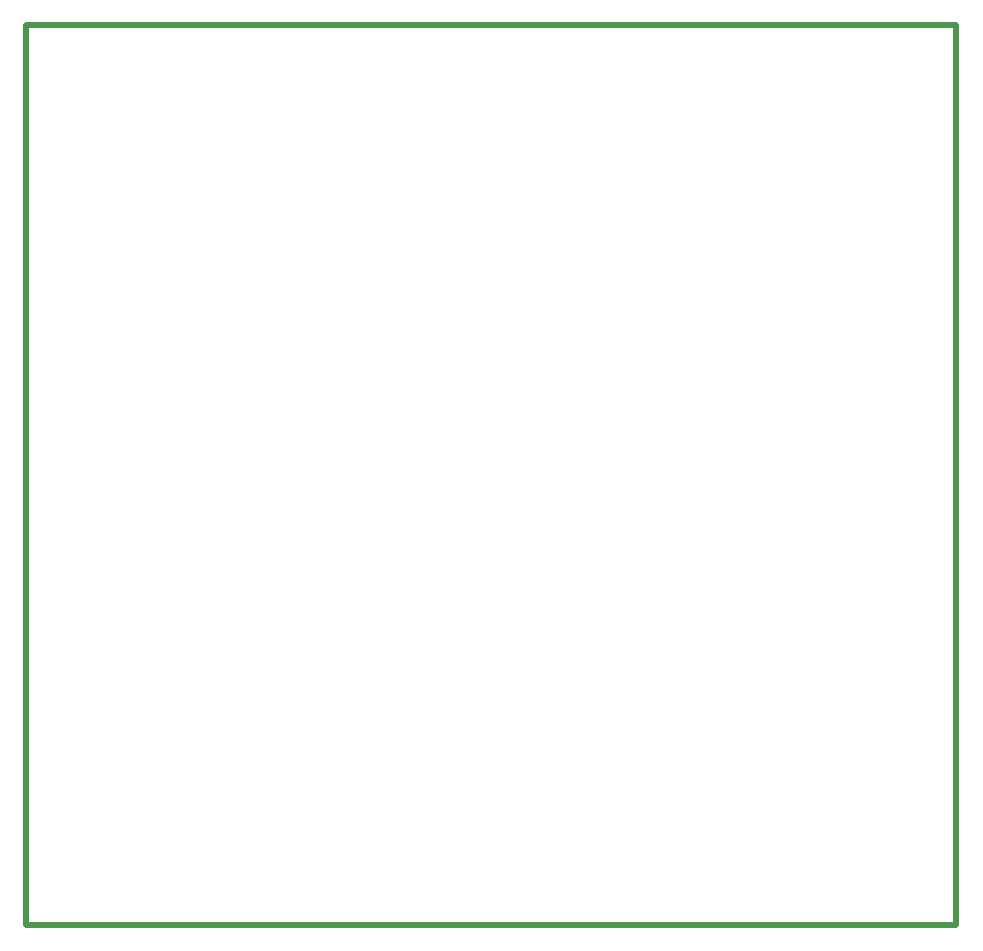
<source format=gko>
G04*
G04 #@! TF.GenerationSoftware,Altium Limited,Altium Designer,23.9.2 (47)*
G04*
G04 Layer_Color=16711935*
%FSLAX44Y44*%
%MOMM*%
G71*
G04*
G04 #@! TF.SameCoordinates,6B7264D5-F0A4-4F38-8353-537565517FE9*
G04*
G04*
G04 #@! TF.FilePolarity,Positive*
G04*
G01*
G75*
%ADD11C,0.5080*%
D11*
X0Y0D02*
X787400D01*
Y762000D01*
X0D02*
X787400D01*
X0Y0D02*
Y762000D01*
M02*

</source>
